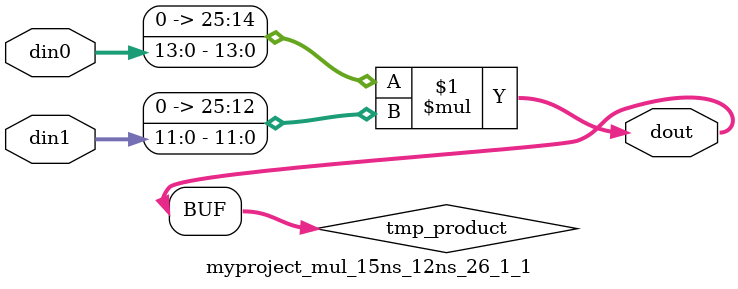
<source format=v>

`timescale 1 ns / 1 ps

  module myproject_mul_15ns_12ns_26_1_1(din0, din1, dout);
parameter ID = 1;
parameter NUM_STAGE = 0;
parameter din0_WIDTH = 14;
parameter din1_WIDTH = 12;
parameter dout_WIDTH = 26;

input [din0_WIDTH - 1 : 0] din0; 
input [din1_WIDTH - 1 : 0] din1; 
output [dout_WIDTH - 1 : 0] dout;

wire signed [dout_WIDTH - 1 : 0] tmp_product;










assign tmp_product = $signed({1'b0, din0}) * $signed({1'b0, din1});











assign dout = tmp_product;







endmodule

</source>
